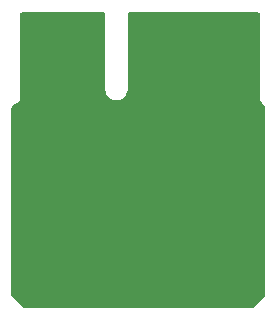
<source format=gbr>
%TF.GenerationSoftware,KiCad,Pcbnew,6.99.0-unknown-e9f8454a67~154~ubuntu22.04.1*%
%TF.CreationDate,2022-11-04T13:42:13+03:00*%
%TF.ProjectId,siglent-la,7369676c-656e-4742-9d6c-612e6b696361,rev?*%
%TF.SameCoordinates,Original*%
%TF.FileFunction,Copper,L2,Inr*%
%TF.FilePolarity,Positive*%
%FSLAX46Y46*%
G04 Gerber Fmt 4.6, Leading zero omitted, Abs format (unit mm)*
G04 Created by KiCad (PCBNEW 6.99.0-unknown-e9f8454a67~154~ubuntu22.04.1) date 2022-11-04 13:42:13*
%MOMM*%
%LPD*%
G01*
G04 APERTURE LIST*
%TA.AperFunction,ViaPad*%
%ADD10C,0.800000*%
%TD*%
G04 APERTURE END LIST*
D10*
%TO.N,GND*%
X119000000Y-85000000D03*
X117000000Y-85000000D03*
X115000000Y-85000000D03*
X113000000Y-85000000D03*
X108500000Y-85250000D03*
X106500000Y-85250000D03*
X104500000Y-85250000D03*
X102500000Y-85250000D03*
X120250000Y-70250000D03*
X118500000Y-70250000D03*
X116400000Y-70150000D03*
X114500000Y-70250000D03*
X112500000Y-70250000D03*
X110500000Y-70250000D03*
X106500000Y-70500000D03*
X104500000Y-70500000D03*
X102500000Y-70500000D03*
%TD*%
%TA.AperFunction,Conductor*%
%TO.N,GND*%
G36*
X107891621Y-64520002D02*
G01*
X107938114Y-64573658D01*
X107949500Y-64626000D01*
X107949500Y-71093616D01*
X107986027Y-71277251D01*
X108057678Y-71450231D01*
X108061116Y-71455376D01*
X108061119Y-71455382D01*
X108158259Y-71600762D01*
X108158262Y-71600766D01*
X108161698Y-71605908D01*
X108294092Y-71738302D01*
X108299234Y-71741738D01*
X108299238Y-71741741D01*
X108444618Y-71838881D01*
X108444624Y-71838884D01*
X108449769Y-71842322D01*
X108455491Y-71844692D01*
X108617029Y-71911604D01*
X108617032Y-71911605D01*
X108622749Y-71913973D01*
X108806384Y-71950500D01*
X108993616Y-71950500D01*
X109177251Y-71913973D01*
X109182968Y-71911605D01*
X109182971Y-71911604D01*
X109344509Y-71844692D01*
X109350231Y-71842322D01*
X109355376Y-71838884D01*
X109355382Y-71838881D01*
X109500762Y-71741741D01*
X109500766Y-71741738D01*
X109505908Y-71738302D01*
X109638302Y-71605908D01*
X109641738Y-71600766D01*
X109641741Y-71600762D01*
X109738881Y-71455382D01*
X109738884Y-71455376D01*
X109742322Y-71450231D01*
X109813973Y-71277251D01*
X109850500Y-71093616D01*
X109850500Y-64626000D01*
X109870502Y-64557879D01*
X109924158Y-64511386D01*
X109976500Y-64500000D01*
X120923500Y-64500000D01*
X120991621Y-64520002D01*
X121038114Y-64573658D01*
X121049500Y-64626000D01*
X121049500Y-71949873D01*
X121049461Y-71949946D01*
X121049500Y-71950075D01*
X121049500Y-71950099D01*
X121049528Y-71950166D01*
X121049550Y-71950240D01*
X121049566Y-71950260D01*
X121049617Y-71950383D01*
X121049692Y-71950414D01*
X121428069Y-72412874D01*
X121471019Y-72465369D01*
X121498675Y-72530758D01*
X121499500Y-72545157D01*
X121499500Y-88447603D01*
X121479498Y-88515724D01*
X121462599Y-88536694D01*
X120536695Y-89462597D01*
X120474385Y-89496621D01*
X120447602Y-89499500D01*
X101052397Y-89499500D01*
X100984276Y-89479498D01*
X100963306Y-89462599D01*
X100037403Y-88536695D01*
X100003379Y-88474385D01*
X100000500Y-88447602D01*
X100000500Y-72564103D01*
X100020502Y-72495982D01*
X100051988Y-72462496D01*
X100729665Y-71965533D01*
X100750249Y-71950438D01*
X100750383Y-71950383D01*
X100750446Y-71950230D01*
X100750536Y-71950082D01*
X100750500Y-71949937D01*
X100750500Y-64626000D01*
X100770502Y-64557879D01*
X100824158Y-64511386D01*
X100876500Y-64500000D01*
X107823500Y-64500000D01*
X107891621Y-64520002D01*
G37*
%TD.AperFunction*%
%TD*%
M02*

</source>
